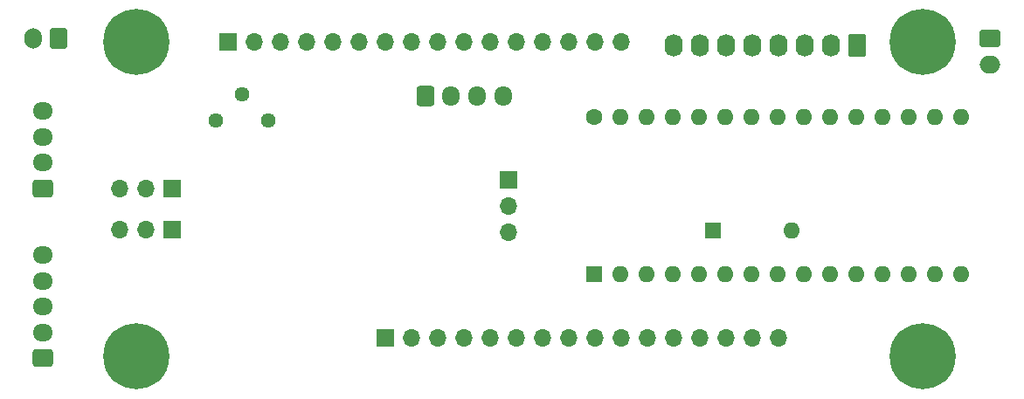
<source format=gbr>
%TF.GenerationSoftware,KiCad,Pcbnew,(6.0.6)*%
%TF.CreationDate,2022-07-29T16:20:17-07:00*%
%TF.ProjectId,uBitx Raduino Clone V2,75426974-7820-4526-9164-75696e6f2043,rev?*%
%TF.SameCoordinates,Original*%
%TF.FileFunction,Soldermask,Bot*%
%TF.FilePolarity,Negative*%
%FSLAX46Y46*%
G04 Gerber Fmt 4.6, Leading zero omitted, Abs format (unit mm)*
G04 Created by KiCad (PCBNEW (6.0.6)) date 2022-07-29 16:20:17*
%MOMM*%
%LPD*%
G01*
G04 APERTURE LIST*
G04 Aperture macros list*
%AMRoundRect*
0 Rectangle with rounded corners*
0 $1 Rounding radius*
0 $2 $3 $4 $5 $6 $7 $8 $9 X,Y pos of 4 corners*
0 Add a 4 corners polygon primitive as box body*
4,1,4,$2,$3,$4,$5,$6,$7,$8,$9,$2,$3,0*
0 Add four circle primitives for the rounded corners*
1,1,$1+$1,$2,$3*
1,1,$1+$1,$4,$5*
1,1,$1+$1,$6,$7*
1,1,$1+$1,$8,$9*
0 Add four rect primitives between the rounded corners*
20,1,$1+$1,$2,$3,$4,$5,0*
20,1,$1+$1,$4,$5,$6,$7,0*
20,1,$1+$1,$6,$7,$8,$9,0*
20,1,$1+$1,$8,$9,$2,$3,0*%
G04 Aperture macros list end*
%ADD10C,6.400000*%
%ADD11R,1.600000X1.600000*%
%ADD12O,1.600000X1.600000*%
%ADD13R,1.700000X1.700000*%
%ADD14O,1.700000X1.700000*%
%ADD15RoundRect,0.250000X-0.750000X0.600000X-0.750000X-0.600000X0.750000X-0.600000X0.750000X0.600000X0*%
%ADD16O,2.000000X1.700000*%
%ADD17C,1.440000*%
%ADD18RoundRect,0.250000X0.725000X-0.600000X0.725000X0.600000X-0.725000X0.600000X-0.725000X-0.600000X0*%
%ADD19O,1.950000X1.700000*%
%ADD20O,1.740000X2.190000*%
%ADD21RoundRect,0.250000X0.620000X0.845000X-0.620000X0.845000X-0.620000X-0.845000X0.620000X-0.845000X0*%
%ADD22RoundRect,0.250000X-0.600000X-0.725000X0.600000X-0.725000X0.600000X0.725000X-0.600000X0.725000X0*%
%ADD23O,1.700000X1.950000*%
%ADD24C,1.600000*%
%ADD25RoundRect,0.250000X0.600000X0.750000X-0.600000X0.750000X-0.600000X-0.750000X0.600000X-0.750000X0*%
%ADD26O,1.700000X2.000000*%
G04 APERTURE END LIST*
D10*
%TO.C,REF\u002A\u002A*%
X152240000Y-127000000D03*
%TD*%
%TO.C,REF\u002A\u002A*%
X228440000Y-96520000D03*
%TD*%
%TO.C,REF\u002A\u002A*%
X152240000Y-96520000D03*
%TD*%
%TO.C,REF\u002A\u002A*%
X228440000Y-127000000D03*
%TD*%
D11*
%TO.C,D1*%
X208153000Y-114808000D03*
D12*
X215773000Y-114808000D03*
%TD*%
D13*
%TO.C,P2*%
X161130000Y-96495000D03*
D14*
X163670000Y-96495000D03*
X166210000Y-96495000D03*
X168750000Y-96495000D03*
X171290000Y-96495000D03*
X173830000Y-96495000D03*
X176370000Y-96495000D03*
X178910000Y-96495000D03*
X181450000Y-96495000D03*
X183990000Y-96495000D03*
X186530000Y-96495000D03*
X189070000Y-96495000D03*
X191610000Y-96495000D03*
X194150000Y-96495000D03*
X196690000Y-96495000D03*
X199230000Y-96495000D03*
%TD*%
%TO.C,P3*%
X214470000Y-125165000D03*
X211930000Y-125165000D03*
X209390000Y-125165000D03*
X206850000Y-125165000D03*
X204310000Y-125165000D03*
X201770000Y-125165000D03*
X199230000Y-125165000D03*
X196690000Y-125165000D03*
X194150000Y-125165000D03*
X191610000Y-125165000D03*
X189070000Y-125165000D03*
X186530000Y-125165000D03*
X183990000Y-125165000D03*
X181450000Y-125165000D03*
X178910000Y-125165000D03*
D13*
X176370000Y-125165000D03*
%TD*%
D15*
%TO.C,P7*%
X234933000Y-96159000D03*
D16*
X234933000Y-98659000D03*
%TD*%
D17*
%TO.C,RV1*%
X159948000Y-104140000D03*
X162488000Y-101600000D03*
X165028000Y-104140000D03*
%TD*%
D18*
%TO.C,P5*%
X143210000Y-110684000D03*
D19*
X143210000Y-108184000D03*
X143210000Y-105684000D03*
X143210000Y-103184000D03*
%TD*%
D20*
%TO.C,P1*%
X204310000Y-96819000D03*
X206850000Y-96819000D03*
X209390000Y-96819000D03*
X211930000Y-96819000D03*
X214470000Y-96819000D03*
X217010000Y-96819000D03*
X219550000Y-96819000D03*
D21*
X222090000Y-96819000D03*
%TD*%
D22*
%TO.C,J2*%
X180273000Y-101744000D03*
D23*
X182773000Y-101744000D03*
X185273000Y-101744000D03*
X187773000Y-101744000D03*
%TD*%
D18*
%TO.C,J1*%
X143210000Y-127174000D03*
D19*
X143210000Y-124674000D03*
X143210000Y-122174000D03*
X143210000Y-119674000D03*
X143210000Y-117174000D03*
%TD*%
D13*
%TO.C,JP2*%
X155702000Y-110744000D03*
D14*
X153162000Y-110744000D03*
X150622000Y-110744000D03*
%TD*%
D11*
%TO.C,U1*%
X196596000Y-119016500D03*
D12*
X199136000Y-119016500D03*
X201676000Y-119016500D03*
X204216000Y-119016500D03*
X206756000Y-119016500D03*
X209296000Y-119016500D03*
X211836000Y-119016500D03*
X214376000Y-119016500D03*
X216916000Y-119016500D03*
X219456000Y-119016500D03*
X221996000Y-119016500D03*
X224536000Y-119016500D03*
X227076000Y-119016500D03*
X229616000Y-119016500D03*
X232156000Y-119016500D03*
X232156000Y-103776500D03*
X229616000Y-103776500D03*
X227076000Y-103776500D03*
X224536000Y-103776500D03*
X221996000Y-103776500D03*
X219456000Y-103776500D03*
X216916000Y-103776500D03*
X214376000Y-103776500D03*
X211836000Y-103776500D03*
X209296000Y-103776500D03*
X206756000Y-103776500D03*
X204216000Y-103776500D03*
X201676000Y-103776500D03*
X199136000Y-103776500D03*
D24*
X196596000Y-103776500D03*
%TD*%
D14*
%TO.C,JP3*%
X150622000Y-114681000D03*
X153162000Y-114681000D03*
D13*
X155702000Y-114681000D03*
%TD*%
D25*
%TO.C,P4*%
X144760000Y-96122000D03*
D26*
X142260000Y-96122000D03*
%TD*%
D13*
%TO.C,JP1*%
X188341000Y-109870000D03*
D14*
X188341000Y-112410000D03*
X188341000Y-114950000D03*
%TD*%
M02*

</source>
